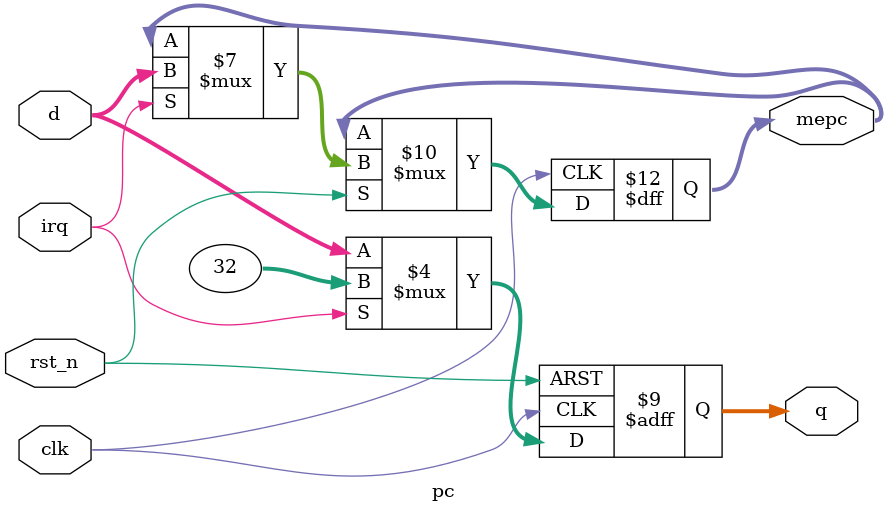
<source format=sv>
module pc(
    input  logic        clk,
    input  logic        rst_n, //reset
    input  logic        irq, //Trigger input 
    input  logic [31:0] d,   //The normal next address usually pc+4
    output logic [31:0] q,   //The current address the cpu is executing
    output logic [31:0] mepc //Machine exception program counter
);

    always_ff @(posedge clk or negedge rst_n) begin
        if(!rst_n) begin
            q <= 32'h0;     //start at address 0 on power
        end else if (irq) begin 
    mepc <= d; 
    q <= 32'h20; 
end else begin
            q <= d;  //otherwise,just go to next normal instruction
        end
    end
endmodule
</source>
